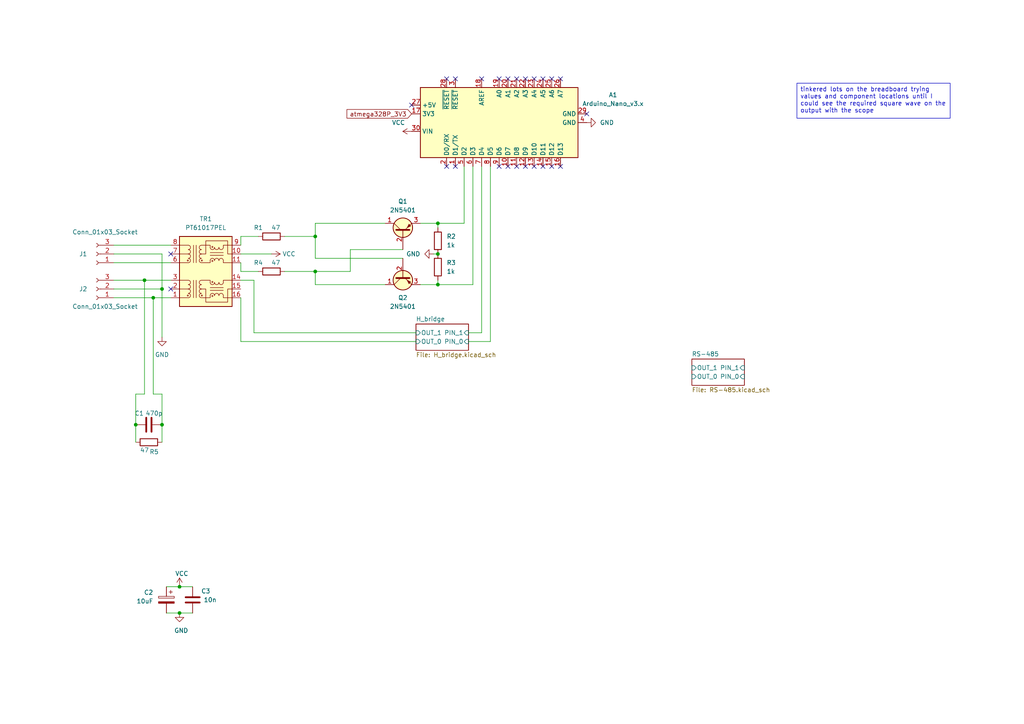
<source format=kicad_sch>
(kicad_sch (version 20231120) (generator "eeschema") (generator_version "8.0")
  (paper "A4")
  (lib_symbols
    (symbol "Connector:Conn_01x03_Socket" (pin_names (offset 1.016) hide)
      (property "Reference" "J" (at 0 5.08 0))
      (property "Value" "Conn_01x03_Socket" (at 0 -5.08 0))
      (symbol "Conn_01x03_Socket_1_1"
        (arc (start 0 -2.032) (mid -0.5058 -2.54) (end 0 -3.048) (stroke (width 0.1524)))
        (polyline (pts (xy -1.27 -2.54) (xy -0.508 -2.54)) (stroke (width 0.1524)))
        (polyline (pts (xy -1.27 0) (xy -0.508 0)) (stroke (width 0.1524)))
        (polyline (pts (xy -1.27 2.54) (xy -0.508 2.54)) (stroke (width 0.1524)))
        (arc (start 0 0.508) (mid -0.5058 0) (end 0 -0.508) (stroke (width 0.1524)))
        (arc (start 0 3.048) (mid -0.5058 2.54) (end 0 2.032) (stroke (width 0.1524)))
        (pin passive line (at -5.08 2.54 0) (length 3.81) (name "Pin_1") (number "1"))
        (pin passive line (at -5.08 0 0) (length 3.81) (name "Pin_2") (number "2"))
        (pin passive line (at -5.08 -2.54 0) (length 3.81) (name "Pin_3") (number "3"))
      )
    )
    (symbol "Device:C" (pin_numbers hide) (pin_names (offset 0.254))
      (property "Reference" "C" (at 0.635 2.54 0))
      (property "Value" "C" (at 0.635 -2.54 0))
      (symbol "C_0_1"
        (polyline (pts (xy -2.032 -0.762) (xy 2.032 -0.762)) (stroke (width 0.508)))
        (polyline (pts (xy -2.032 0.762) (xy 2.032 0.762)) (stroke (width 0.508)))
      )
      (symbol "C_1_1"
        (pin passive line (at 0 3.81 270) (length 2.794) (name "~") (number "1"))
        (pin passive line (at 0 -3.81 90) (length 2.794) (name "~") (number "2"))
      )
    )
    (symbol "Device:C_Polarized" (pin_numbers hide) (pin_names (offset 0.254))
      (property "Reference" "C" (at 0.635 2.54 0))
      (property "Value" "C_Polarized" (at 0.635 -2.54 0))
      (symbol "C_Polarized_0_1"
        (rectangle (start -2.286 0.508) (end 2.286 1.016))
        (polyline (pts (xy -1.778 2.286) (xy -0.762 2.286)))
        (polyline (pts (xy -1.27 2.794) (xy -1.27 1.778)))
        (rectangle (start 2.286 -0.508) (end -2.286 -1.016) (fill (type outline)))
      )
      (symbol "C_Polarized_1_1"
        (pin passive line (at 0 3.81 270) (length 2.794) (name "~") (number "1"))
        (pin passive line (at 0 -3.81 90) (length 2.794) (name "~") (number "2"))
      )
    )
    (symbol "Device:R" (pin_numbers hide) (pin_names (offset 0))
      (property "Reference" "R" (at 2.032 0 90))
      (property "Value" "R" (at 0 0 90))
      (symbol "R_0_1"
        (rectangle (start -1.016 -2.54) (end 1.016 2.54) (stroke (width 0.254)))
      )
      (symbol "R_1_1"
        (pin passive line (at 0 3.81 270) (length 1.27) (name "~") (number "1"))
        (pin passive line (at 0 -3.81 90) (length 1.27) (name "~") (number "2"))
      )
    )
    (symbol "MCU_Module:Arduino_Nano_v3.x"
      (property "Reference" "A" (at -10.16 23.495 0))
      (property "Value" "Arduino_Nano_v3.x" (at 5.08 -24.13 0))
      (symbol "Arduino_Nano_v3.x_0_1"
        (rectangle (start -10.16 22.86) (end 10.16 -22.86) (stroke (width 0.254)) (fill (type background)))
      )
      (symbol "Arduino_Nano_v3.x_1_1"
        (pin bidirectional line (at -12.7 12.7 0) (length 2.54) (name "D1/TX") (number "1"))
        (pin bidirectional line (at -12.7 -2.54 0) (length 2.54) (name "D7") (number "10"))
        (pin bidirectional line (at -12.7 -5.08 0) (length 2.54) (name "D8") (number "11"))
        (pin bidirectional line (at -12.7 -7.62 0) (length 2.54) (name "D9") (number "12"))
        (pin bidirectional line (at -12.7 -10.16 0) (length 2.54) (name "D10") (number "13"))
        (pin bidirectional line (at -12.7 -12.7 0) (length 2.54) (name "D11") (number "14"))
        (pin bidirectional line (at -12.7 -15.24 0) (length 2.54) (name "D12") (number "15"))
        (pin bidirectional line (at -12.7 -17.78 0) (length 2.54) (name "D13") (number "16"))
        (pin power_out line (at 2.54 25.4 270) (length 2.54) (name "3V3") (number "17"))
        (pin input line (at 12.7 5.08 180) (length 2.54) (name "AREF") (number "18"))
        (pin bidirectional line (at 12.7 0 180) (length 2.54) (name "A0") (number "19"))
        (pin bidirectional line (at -12.7 15.24 0) (length 2.54) (name "D0/RX") (number "2"))
        (pin bidirectional line (at 12.7 -2.54 180) (length 2.54) (name "A1") (number "20"))
        (pin bidirectional line (at 12.7 -5.08 180) (length 2.54) (name "A2") (number "21"))
        (pin bidirectional line (at 12.7 -7.62 180) (length 2.54) (name "A3") (number "22"))
        (pin bidirectional line (at 12.7 -10.16 180) (length 2.54) (name "A4") (number "23"))
        (pin bidirectional line (at 12.7 -12.7 180) (length 2.54) (name "A5") (number "24"))
        (pin bidirectional line (at 12.7 -15.24 180) (length 2.54) (name "A6") (number "25"))
        (pin bidirectional line (at 12.7 -17.78 180) (length 2.54) (name "A7") (number "26"))
        (pin power_out line (at 5.08 25.4 270) (length 2.54) (name "+5V") (number "27"))
        (pin input line (at 12.7 15.24 180) (length 2.54) (name "~{RESET}") (number "28"))
        (pin power_in line (at 2.54 -25.4 90) (length 2.54) (name "GND") (number "29"))
        (pin input line (at 12.7 12.7 180) (length 2.54) (name "~{RESET}") (number "3"))
        (pin power_in line (at -2.54 25.4 270) (length 2.54) (name "VIN") (number "30"))
        (pin power_in line (at 0 -25.4 90) (length 2.54) (name "GND") (number "4"))
        (pin bidirectional line (at -12.7 10.16 0) (length 2.54) (name "D2") (number "5"))
        (pin bidirectional line (at -12.7 7.62 0) (length 2.54) (name "D3") (number "6"))
        (pin bidirectional line (at -12.7 5.08 0) (length 2.54) (name "D4") (number "7"))
        (pin bidirectional line (at -12.7 2.54 0) (length 2.54) (name "D5") (number "8"))
        (pin bidirectional line (at -12.7 0 0) (length 2.54) (name "D6") (number "9"))
      )
    )
    (symbol "Transformer:PT61017PEL" (pin_names hide)
      (property "Reference" "TR" (at 0 10.795 0))
      (property "Value" "PT61017PEL" (at 0 -10.795 0))
      (symbol "PT61017PEL_0_1"
        (rectangle (start -7.62 10.16) (end 7.62 -10.16) (stroke (width 0.254)) (fill (type background)))
        (circle (center -5.207 3.175) (radius 0.1778))
        (arc (start -5.08 6.35) (mid -4.4477 6.985) (end -5.08 7.62))
        (polyline (pts (xy -5.08 2.54) (xy -7.62 2.54)))
        (polyline (pts (xy -5.08 5.08) (xy -7.62 5.08)))
        (polyline (pts (xy -5.08 7.62) (xy -7.62 7.62)))
        (polyline (pts (xy -3.556 -2.54) (xy -3.556 -7.62)))
        (polyline (pts (xy -3.556 2.54) (xy -3.556 7.62)))
        (polyline (pts (xy -2.794 -7.62) (xy -2.794 -2.54)))
        (polyline (pts (xy -2.794 7.62) (xy -2.794 2.54)))
        (polyline (pts (xy 1.27 4.699) (xy 5.08 4.699)))
        (polyline (pts (xy 1.27 5.461) (xy 5.08 5.461)))
        (polyline (pts (xy -1.27 2.54) (xy 1.27 2.54) (xy 1.27 3.175)))
        (polyline (pts (xy 1.27 6.985) (xy 1.27 7.62) (xy -1.27 7.62)))
        (polyline (pts (xy 5.08 3.175) (xy 5.08 2.54) (xy 7.62 2.54)))
        (polyline (pts (xy 5.08 6.985) (xy 5.08 7.62) (xy 7.62 7.62)))
        (polyline (pts (xy -1.27 5.08) (xy 0 5.08) (xy 0 8.89) (xy 6.35 8.89) (xy 6.35 5.08) (xy 7.62 5.08)))
      )
      (symbol "PT61017PEL_1_1"
        (circle (center -5.207 -6.985) (radius 0.1778))
        (arc (start -5.08 -7.62) (mid -4.4477 -6.985) (end -5.08 -6.35))
        (arc (start -5.08 -6.35) (mid -4.4477 -5.715) (end -5.08 -5.08))
        (arc (start -5.08 -5.08) (mid -4.4477 -4.445) (end -5.08 -3.81))
        (arc (start -5.08 -3.81) (mid -4.4477 -3.175) (end -5.08 -2.54))
        (arc (start -5.08 2.54) (mid -4.4477 3.175) (end -5.08 3.81))
        (arc (start -5.08 3.81) (mid -4.4477 4.445) (end -5.08 5.08))
        (arc (start -5.08 5.08) (mid -4.4477 5.715) (end -5.08 6.35))
        (arc (start -1.27 -6.35) (mid -1.9023 -6.985) (end -1.27 -7.62))
        (arc (start -1.27 -5.08) (mid -1.9023 -5.715) (end -1.27 -6.35))
        (arc (start -1.27 -3.81) (mid -1.9023 -4.445) (end -1.27 -5.08))
        (arc (start -1.27 -2.54) (mid -1.9023 -3.175) (end -1.27 -3.81))
        (arc (start -1.27 3.81) (mid -1.9023 3.175) (end -1.27 2.54))
        (arc (start -1.27 5.08) (mid -1.9023 4.445) (end -1.27 3.81))
        (arc (start -1.27 6.35) (mid -1.9023 5.715) (end -1.27 5.08))
        (arc (start -1.27 7.62) (mid -1.9023 6.985) (end -1.27 6.35))
        (circle (center -1.143 -6.985) (radius 0.1778))
        (circle (center -1.143 3.175) (radius 0.1778))
        (polyline (pts (xy -5.08 -7.62) (xy -7.62 -7.62)))
        (polyline (pts (xy -5.08 -5.08) (xy -7.62 -5.08)))
        (polyline (pts (xy -5.08 -2.54) (xy -7.62 -2.54)))
        (polyline (pts (xy 1.27 -5.461) (xy 5.08 -5.461)))
        (polyline (pts (xy 1.27 -4.699) (xy 5.08 -4.699)))
        (polyline (pts (xy -1.27 -7.62) (xy 1.27 -7.62) (xy 1.27 -6.985)))
        (polyline (pts (xy 1.27 -3.175) (xy 1.27 -2.54) (xy -1.27 -2.54)))
        (polyline (pts (xy 5.08 -6.985) (xy 5.08 -7.62) (xy 7.62 -7.62)))
        (polyline (pts (xy 5.08 -3.175) (xy 5.08 -2.54) (xy 7.62 -2.54)))
        (polyline (pts (xy 7.62 -5.08) (xy 6.35 -5.08) (xy 6.35 -8.89) (xy 0 -8.89) (xy 0 -5.08) (xy -1.27 -5.08)))
        (arc (start 1.27 -3.175) (mid 1.905 -3.8073) (end 2.54 -3.175))
        (arc (start 1.27 6.985) (mid 1.905 6.3527) (end 2.54 6.985))
        (circle (center 1.905 -7.112) (radius 0.1778))
        (circle (center 1.905 -3.048) (radius 0.1778))
        (circle (center 1.905 3.048) (radius 0.1778))
        (circle (center 1.905 7.112) (radius 0.1778))
        (arc (start 2.54 -6.985) (mid 1.905 -6.3527) (end 1.27 -6.985))
        (arc (start 2.54 -3.175) (mid 3.175 -3.8073) (end 3.81 -3.175))
        (arc (start 2.54 3.175) (mid 1.905 3.8073) (end 1.27 3.175))
        (arc (start 2.54 6.985) (mid 3.175 6.3527) (end 3.81 6.985))
        (arc (start 3.81 -6.985) (mid 3.175 -6.3527) (end 2.54 -6.985))
        (arc (start 3.81 -3.175) (mid 4.445 -3.8073) (end 5.08 -3.175))
        (arc (start 3.81 3.175) (mid 3.175 3.8073) (end 2.54 3.175))
        (arc (start 3.81 6.985) (mid 4.445 6.3527) (end 5.08 6.985))
        (arc (start 5.08 -6.985) (mid 4.445 -6.3527) (end 3.81 -6.985))
        (arc (start 5.08 3.175) (mid 4.445 3.8073) (end 3.81 3.175))
        (pin passive line (at -10.16 -7.62 0) (length 2.54) (name "TD+") (number "1"))
        (pin passive line (at 10.16 5.08 180) (length 2.54) (name "C_RX") (number "10"))
        (pin passive line (at 10.16 2.54 180) (length 2.54) (name "RX+") (number "11"))
        (pin passive line (at 10.16 -2.54 180) (length 2.54) (name "TX-") (number "14"))
        (pin passive line (at 10.16 -5.08 180) (length 2.54) (name "C_TX") (number "15"))
        (pin passive line (at 10.16 -7.62 180) (length 2.54) (name "TX+") (number "16"))
        (pin passive line (at -10.16 -5.08 0) (length 2.54) (name "C_TD") (number "2"))
        (pin passive line (at -10.16 -2.54 0) (length 2.54) (name "TD-") (number "3"))
        (pin passive line (at -10.16 2.54 0) (length 2.54) (name "RD+") (number "6"))
        (pin passive line (at -10.16 5.08 0) (length 2.54) (name "C_RD") (number "7"))
        (pin passive line (at -10.16 7.62 0) (length 2.54) (name "RD-") (number "8"))
        (pin passive line (at 10.16 7.62 180) (length 2.54) (name "RX-") (number "9"))
      )
    )
    (symbol "extraComponents:2N5401" (pin_names hide)
      (property "Reference" "Q" (at 5.08 1.27 0))
      (property "Value" "2N5401" (at 5.08 -1.27 0))
      (symbol "2N5401_0_1"
        (polyline (pts (xy 0.635 -0.635) (xy 2.54 -2.54)))
        (polyline (pts (xy 0.635 -1.905) (xy 0.635 1.905) (xy 0.635 1.905)) (stroke (width 0.508)))
        (polyline (pts (xy 0.635 0.635) (xy 2.54 2.54) (xy 2.54 2.54)))
        (polyline (pts (xy 2.286 1.778) (xy 1.778 2.286) (xy 1.27 1.27) (xy 2.286 1.778) (xy 2.286 1.778)) (fill (type outline)))
        (circle (center 1.27 0) (radius 2.8194) (stroke (width 0.254)) (fill (type background)))
      )
      (symbol "2N5401_1_1"
        (pin passive line (at 2.54 -5.08 90) (length 2.54) (name "C") (number "1"))
        (pin input line (at -5.08 0 0) (length 5.715) (name "B") (number "2"))
        (pin passive line (at 2.54 5.08 270) (length 2.54) (name "E") (number "3"))
      )
    )
    (symbol "power:GND" (power) (pin_names (offset 0))
      (property "Value" "GND" (at 0 -3.81 0))
      (symbol "GND_0_1"
        (polyline (pts (xy 0 0) (xy 0 -1.27) (xy 1.27 -1.27) (xy 0 -2.54) (xy -1.27 -1.27) (xy 0 -1.27)))
      )
      (symbol "GND_1_1"
        (pin power_in line (at 0 0 270) (length 0) hide (name "GND") (number "1"))
      )
    )
    (symbol "power:VCC" (power) (pin_names (offset 0))
      (property "Value" "VCC" (at 0 3.81 0))
      (symbol "VCC_0_1"
        (polyline (pts (xy -0.762 1.27) (xy 0 2.54)))
        (polyline (pts (xy 0 0) (xy 0 2.54)))
        (polyline (pts (xy 0 2.54) (xy 0.762 1.27)))
      )
      (symbol "VCC_1_1"
        (pin power_in line (at 0 0 90) (length 0) hide (name "VCC") (number "1"))
      )
    )
  )
  (junction (at 52.07 170.18))
  (junction (at 127 73.66))
  (junction (at 39.37 123.19))
  (junction (at 91.44 68.58))
  (junction (at 127 82.55))
  (junction (at 46.99 83.82))
  (junction (at 52.07 177.8))
  (junction (at 127 64.77))
  (junction (at 46.99 123.19))
  (junction (at 91.44 78.74))
  (junction (at 44.45 86.36))
  (junction (at 41.91 81.28))
  (no_connect (at 144.78 48.26))
  (no_connect (at 160.02 48.26))
  (no_connect (at 49.53 73.66))
  (no_connect (at 162.56 22.86))
  (no_connect (at 149.86 48.26))
  (no_connect (at 152.4 48.26))
  (no_connect (at 139.7 22.86))
  (no_connect (at 154.94 48.26))
  (no_connect (at 162.56 48.26))
  (no_connect (at 152.4 22.86))
  (no_connect (at 147.32 22.86))
  (no_connect (at 154.94 22.86))
  (no_connect (at 144.78 22.86))
  (no_connect (at 132.08 48.26))
  (no_connect (at 132.08 22.86))
  (no_connect (at 157.48 22.86))
  (no_connect (at 129.54 48.26))
  (no_connect (at 157.48 48.26))
  (no_connect (at 147.32 48.26))
  (no_connect (at 170.18 33.02))
  (no_connect (at 119.38 30.48))
  (no_connect (at 149.86 22.86))
  (no_connect (at 129.54 22.86))
  (no_connect (at 49.53 83.82))
  (no_connect (at 160.02 22.86))
  (wire (pts (xy 111.76 64.77) (xy 91.44 64.77)))
  (wire (pts (xy 91.44 82.55) (xy 111.76 82.55)))
  (wire (pts (xy 116.84 74.93) (xy 91.44 74.93)))
  (wire (pts (xy 82.55 68.58) (xy 91.44 68.58)))
  (wire (pts (xy 101.6 78.74) (xy 101.6 72.39)))
  (wire (pts (xy 127 82.55) (xy 121.92 82.55)))
  (wire (pts (xy 91.44 68.58) (xy 91.44 74.93)))
  (wire (pts (xy 69.85 71.12) (xy 69.85 68.58)))
  (wire (pts (xy 46.99 123.19) (xy 46.99 128.27)))
  (wire (pts (xy 46.99 73.66) (xy 33.02 73.66)))
  (wire (pts (xy 33.02 81.28) (xy 41.91 81.28)))
  (wire (pts (xy 39.37 114.3) (xy 41.91 114.3)))
  (wire (pts (xy 33.02 86.36) (xy 44.45 86.36)))
  (wire (pts (xy 48.26 177.8) (xy 52.07 177.8)))
  (wire (pts (xy 69.85 99.06) (xy 69.85 86.36)))
  (wire (pts (xy 91.44 78.74) (xy 82.55 78.74)))
  (wire (pts (xy 127 82.55) (xy 137.16 82.55)))
  (wire (pts (xy 73.66 96.52) (xy 73.66 81.28)))
  (wire (pts (xy 74.93 78.74) (xy 69.85 78.74)))
  (wire (pts (xy 44.45 114.3) (xy 46.99 114.3)))
  (wire (pts (xy 134.62 64.77) (xy 134.62 48.26)))
  (wire (pts (xy 121.92 64.77) (xy 127 64.77)))
  (wire (pts (xy 46.99 123.19) (xy 46.99 114.3)))
  (wire (pts (xy 46.99 83.82) (xy 46.99 73.66)))
  (wire (pts (xy 73.66 96.52) (xy 120.65 96.52)))
  (wire (pts (xy 127 81.28) (xy 127 82.55)))
  (wire (pts (xy 33.02 71.12) (xy 49.53 71.12)))
  (wire (pts (xy 69.85 76.2) (xy 69.85 78.74)))
  (wire (pts (xy 69.85 73.66) (xy 78.74 73.66)))
  (wire (pts (xy 142.24 48.26) (xy 142.24 99.06)))
  (wire (pts (xy 46.99 83.82) (xy 33.02 83.82)))
  (wire (pts (xy 33.02 76.2) (xy 49.53 76.2)))
  (wire (pts (xy 39.37 114.3) (xy 39.37 123.19)))
  (wire (pts (xy 91.44 64.77) (xy 91.44 68.58)))
  (wire (pts (xy 127 64.77) (xy 134.62 64.77)))
  (wire (pts (xy 127 64.77) (xy 127 66.04)))
  (wire (pts (xy 44.45 86.36) (xy 44.45 114.3)))
  (wire (pts (xy 101.6 72.39) (xy 116.84 72.39)))
  (wire (pts (xy 41.91 81.28) (xy 41.91 114.3)))
  (wire (pts (xy 46.99 97.79) (xy 46.99 83.82)))
  (wire (pts (xy 73.66 81.28) (xy 69.85 81.28)))
  (wire (pts (xy 41.91 81.28) (xy 49.53 81.28)))
  (wire (pts (xy 139.7 96.52) (xy 135.89 96.52)))
  (wire (pts (xy 91.44 78.74) (xy 91.44 82.55)))
  (wire (pts (xy 52.07 170.18) (xy 55.88 170.18)))
  (wire (pts (xy 69.85 68.58) (xy 74.93 68.58)))
  (wire (pts (xy 48.26 170.18) (xy 52.07 170.18)))
  (wire (pts (xy 135.89 99.06) (xy 142.24 99.06)))
  (wire (pts (xy 69.85 99.06) (xy 120.65 99.06)))
  (wire (pts (xy 101.6 78.74) (xy 91.44 78.74)))
  (wire (pts (xy 39.37 123.19) (xy 39.37 128.27)))
  (wire (pts (xy 125.73 73.66) (xy 127 73.66)))
  (wire (pts (xy 52.07 177.8) (xy 55.88 177.8)))
  (wire (pts (xy 137.16 48.26) (xy 137.16 82.55)))
  (wire (pts (xy 44.45 86.36) (xy 49.53 86.36)))
  (wire (pts (xy 139.7 48.26) (xy 139.7 96.52)))
  (text_box "tinkered lots on the breadboard trying values and component locations until I could see the required square wave on the output with the scope\n" (at 231.14 24.13 0) (size 44.45 10.16) (effects (font (size 1.27 1.27)) (justify left top)))
  (global_label "atmega328P_3V3" (shape input) (at 119.38 33.02 180) (property "Intersheetrefs" "${INTERSHEET_REFS}" (effects (hide yes))))
  (symbol (lib_id "Device:R") (at 78.74 68.58 90) (mirror x) (unit 1)
    (property "Reference" "R1" (at 74.93 66.04 90))
    (property "Value" "47" (at 80.01 66.04 90))
    (property "Footprint" "Resistor_THT:R_Axial_DIN0204_L3.6mm_D1.6mm_P7.62mm_Horizontal" (effects (hide yes)))
  )
  (symbol (lib_id "Transformer:PT61017PEL") (at 59.69 78.74 0) (unit 1)
    (property "Reference" "TR1" (at 59.69 63.5 0))
    (property "Value" "PT61017PEL" (at 59.69 66.04 0))
    (property "Footprint" "Transformer_SMD:Transformer_Ethernet_Bourns_PT61017PEL" (effects (hide yes)))
    (property "Datasheet" "https://www.bourns.com/docs/Product-Datasheets/PT61017PEL.pdf" (effects (hide yes)))
  )
  (symbol (lib_id "power:VCC") (at 119.38 38.1 90) (unit 1)
    (property "Reference" "#PWR02" (effects (hide yes)))
    (property "Value" "VCC" (at 115.57 35.56 90))
  )
  (symbol (lib_id "Connector:Conn_01x03_Socket") (at 27.94 83.82 180) (unit 1)
    (property "Reference" "J2" (at 24.13 83.82 0))
    (property "Value" "Conn_01x03_Socket" (at 30.48 88.9 0))
    (property "Footprint" "Connector_JST:JST_XH_B3B-XH-A_1x03_P2.50mm_Vertical" (effects (hide yes)))
  )
  (symbol (lib_id "Device:C") (at 55.88 173.99 0) (unit 1)
    (property "Reference" "C3" (at 59.69 171.45 0))
    (property "Value" "10n" (at 60.96 173.99 0))
    (property "Footprint" "Capacitor_THT:C_Disc_D4.3mm_W1.9mm_P5.00mm" (effects (hide yes)))
  )
  (symbol (lib_id "power:VCC") (at 78.74 73.66 270) (unit 1)
    (property "Reference" "#PWR03" (effects (hide yes)))
    (property "Value" "VCC" (at 83.82 73.66 90))
  )
  (symbol (lib_id "Device:C_Polarized") (at 48.26 173.99 0) (mirror y) (unit 1)
    (property "Reference" "C2" (at 44.45 171.831 0) (effects (justify left)))
    (property "Value" "10uF" (at 44.45 174.371 0) (effects (justify left)))
    (property "Footprint" "Capacitor_THT:CP_Radial_D4.0mm_P2.00mm" (effects (hide yes)))
  )
  (symbol (lib_id "extraComponents:2N5401") (at 116.84 80.01 270) (unit 1)
    (property "Reference" "Q2" (at 116.84 86.36 90))
    (property "Value" "2N5401" (at 116.84 88.9 90))
    (property "Footprint" "Package_TO_SOT_THT:TO-92_Inline_Wide" (effects (hide yes)))
    (property "Datasheet" "https://www.mouser.com/datasheet/2/302/nxp_2n5401-1188528.pdf" (effects (hide yes)))
  )
  (symbol (lib_id "Connector:Conn_01x03_Socket") (at 27.94 73.66 180) (unit 1)
    (property "Reference" "J1" (at 24.13 73.66 0))
    (property "Value" "Conn_01x03_Socket" (at 30.48 67.31 0))
    (property "Footprint" "Connector_JST:JST_XH_B3B-XH-A_1x03_P2.50mm_Vertical" (effects (hide yes)))
  )
  (symbol (lib_id "Device:R") (at 43.18 128.27 270) (unit 1)
    (property "Reference" "R5" (at 44.704 131.064 90))
    (property "Value" "47" (at 41.91 130.556 90))
    (property "Footprint" "Resistor_THT:R_Axial_DIN0204_L3.6mm_D1.6mm_P7.62mm_Horizontal" (effects (hide yes)))
  )
  (symbol (lib_id "Device:C") (at 43.18 123.19 90) (unit 1)
    (property "Reference" "C1" (at 40.386 119.888 90))
    (property "Value" "470p" (at 44.704 119.888 90))
    (property "Footprint" "Capacitor_THT:C_Disc_D4.3mm_W1.9mm_P5.00mm" (effects (hide yes)))
  )
  (symbol (lib_id "power:GND") (at 170.18 35.56 90) (unit 1)
    (property "Reference" "#PWR01" (effects (hide yes)))
    (property "Value" "GND" (at 173.99 35.56 90) (effects (justify right)))
  )
  (symbol (lib_id "power:GND") (at 46.99 97.79 0) (unit 1)
    (property "Reference" "#PWR05" (effects (hide yes)))
    (property "Value" "GND" (at 46.99 102.87 0))
  )
  (symbol (lib_id "power:VCC") (at 52.07 170.18 0) (unit 1)
    (property "Reference" "#PWR06" (effects (hide yes)))
    (property "Value" "VCC" (at 50.8 166.37 0) (effects (justify left)))
  )
  (symbol (lib_id "Device:R") (at 127 69.85 180) (unit 1)
    (property "Reference" "R2" (at 129.54 68.58 0) (effects (justify right)))
    (property "Value" "1k" (at 129.54 71.12 0) (effects (justify right)))
    (property "Footprint" "Resistor_THT:R_Axial_DIN0204_L3.6mm_D1.6mm_P7.62mm_Horizontal" (effects (hide yes)))
  )
  (symbol (lib_id "MCU_Module:Arduino_Nano_v3.x") (at 144.78 35.56 90) (unit 1)
    (property "Reference" "A1" (at 177.8 27.5239 90))
    (property "Value" "Arduino_Nano_v3.x" (at 177.8 30.0639 90))
    (property "Footprint" "Module:Arduino_Nano" (effects (hide yes)))
    (property "Datasheet" "http://www.mouser.com/pdfdocs/Gravitech_Arduino_Nano3_0.pdf" (effects (hide yes)))
  )
  (symbol (lib_id "power:GND") (at 125.73 73.66 270) (unit 1)
    (property "Reference" "#PWR04" (effects (hide yes)))
    (property "Value" "GND" (at 121.92 73.66 90) (effects (justify right)))
  )
  (symbol (lib_id "extraComponents:2N5401") (at 116.84 67.31 270) (mirror x) (unit 1)
    (property "Reference" "Q1" (at 116.84 58.42 90))
    (property "Value" "2N5401" (at 116.84 60.96 90))
    (property "Footprint" "Package_TO_SOT_THT:TO-92_Inline_Wide" (effects (hide yes)))
    (property "Datasheet" "https://www.mouser.com/datasheet/2/302/nxp_2n5401-1188528.pdf" (effects (hide yes)))
  )
  (symbol (lib_id "power:GND") (at 52.07 177.8 0) (unit 1)
    (property "Reference" "#PWR07" (effects (hide yes)))
    (property "Value" "GND" (at 54.61 182.88 0) (effects (justify right)))
  )
  (symbol (lib_id "Device:R") (at 127 77.47 180) (unit 1)
    (property "Reference" "R3" (at 129.54 76.2 0) (effects (justify right)))
    (property "Value" "1k" (at 129.54 78.74 0) (effects (justify right)))
    (property "Footprint" "Resistor_THT:R_Axial_DIN0204_L3.6mm_D1.6mm_P7.62mm_Horizontal" (effects (hide yes)))
  )
  (symbol (lib_id "Device:R") (at 78.74 78.74 90) (mirror x) (unit 1)
    (property "Reference" "R4" (at 74.93 76.2 90))
    (property "Value" "47" (at 80.01 76.2 90))
    (property "Footprint" "Resistor_THT:R_Axial_DIN0204_L3.6mm_D1.6mm_P7.62mm_Horizontal" (effects (hide yes)))
  )
  (sheet (at 120.65 93.98) (size 15.24 7.62) (stroke (width 0.1524))
    (property "Sheetname" "H_bridge" (at 120.65 93.2684 0) (effects (justify left bottom)))
    (property "Sheetfile" "H_bridge.kicad_sch" (at 120.65 102.1846 0) (effects (justify left top)))
    (pin "PIN_1" input (at 135.89 96.52 0))
    (pin "PIN_0" input (at 135.89 99.06 0))
    (pin "OUT_0" input (at 120.65 99.06 180))
    (pin "OUT_1" input (at 120.65 96.52 180))
  )
  (sheet (at 200.66 104.14) (size 15.24 7.62) (stroke (width 0.1524))
    (property "Sheetname" "RS-485" (at 200.66 103.4284 0) (effects (justify left bottom)))
    (property "Sheetfile" "RS-485.kicad_sch" (at 200.66 112.3446 0) (effects (justify left top)))
    (pin "PIN_1" input (at 215.9 106.68 0))
    (pin "PIN_0" input (at 215.9 109.22 0))
    (pin "OUT_0" input (at 200.66 109.22 180))
    (pin "OUT_1" input (at 200.66 106.68 180))
  )
)
</source>
